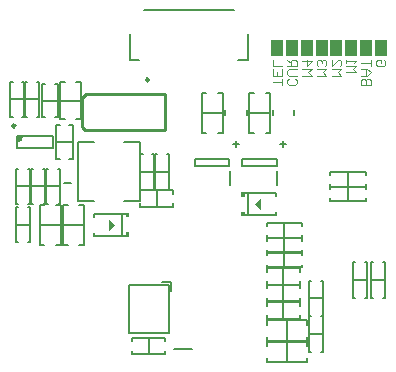
<source format=gbo>
G04*
G04 #@! TF.GenerationSoftware,Altium Limited,Altium Designer,25.6.2 (33)*
G04*
G04 Layer_Color=32896*
%FSLAX44Y44*%
%MOMM*%
G71*
G04*
G04 #@! TF.SameCoordinates,86BBD976-67B5-41F1-AD37-A89888A357BC*
G04*
G04*
G04 #@! TF.FilePolarity,Positive*
G04*
G01*
G75*
%ADD11C,0.2500*%
%ADD13C,0.2000*%
%ADD14C,0.2540*%
%ADD15C,0.1500*%
%ADD16C,0.1524*%
%ADD17C,0.1270*%
%ADD18C,0.1200*%
%ADD113R,0.9921X1.3947*%
G36*
X201429Y328239D02*
X198429Y325239D01*
X196929D01*
Y330239D01*
X201429D01*
Y328239D01*
D02*
G37*
G36*
X389750Y278823D02*
X386702D01*
Y282523D01*
X389750D01*
Y278823D01*
D02*
G37*
G36*
X404020Y267420D02*
X398940Y272500D01*
X404020Y277580D01*
Y267420D01*
D02*
G37*
G36*
X389750Y262475D02*
X386702D01*
Y266175D01*
X389750Y266175D01*
Y262475D01*
D02*
G37*
G36*
X292078Y261564D02*
X289030Y261563D01*
Y265264D01*
X292078D01*
Y261564D01*
D02*
G37*
G36*
X279840Y255239D02*
X274760Y250159D01*
Y260319D01*
X279840Y255239D01*
D02*
G37*
G36*
X292078Y245215D02*
X289030D01*
Y248916D01*
X292078D01*
Y245215D01*
D02*
G37*
D11*
X308750Y377854D02*
G03*
X308750Y377854I-1250J0D01*
G01*
X195679Y338989D02*
G03*
X195679Y338989I-1250J0D01*
G01*
D13*
X196929Y325239D02*
G03*
X201429Y329739I0J4500D01*
G01*
X233429Y360239D02*
X251429D01*
X247429Y375989D02*
X251429D01*
Y344489D02*
Y375989D01*
X247429Y344489D02*
X251429D01*
X233429Y375989D02*
X237429D01*
X233429Y344489D02*
Y375989D01*
Y344489D02*
X237429D01*
X236929Y290239D02*
X242929D01*
X380000Y323500D02*
X385000D01*
X382500Y321000D02*
Y326000D01*
X391501Y347750D02*
Y352250D01*
X373500Y347750D02*
Y352250D01*
X420000Y323500D02*
X425000D01*
X422500Y321000D02*
Y326000D01*
X431501Y347750D02*
Y352250D01*
X413500Y347750D02*
Y352250D01*
X248929Y275238D02*
Y325239D01*
X300929Y275238D02*
Y325239D01*
X248929D02*
X261929D01*
X248929Y275238D02*
X261929D01*
X287929Y325239D02*
X300929D01*
X287929Y275238D02*
X300929D01*
X304500Y436854D02*
X380500D01*
X292500Y394354D02*
Y416854D01*
Y394354D02*
X300500D01*
X384500D02*
X392500D01*
Y416854D01*
X196929Y320239D02*
Y330239D01*
X227929Y320239D02*
Y330239D01*
X196929D02*
X227929D01*
X196929Y320239D02*
X227929D01*
X201430Y329739D02*
Y330239D01*
X330130Y149750D02*
X344880D01*
X377000Y304500D02*
Y310500D01*
X348000D02*
X377000D01*
X348000Y304500D02*
Y310500D01*
Y304500D02*
X377000D01*
X377500Y289000D02*
Y301000D01*
X417500Y289000D02*
Y301000D01*
X388000Y304500D02*
X417000D01*
X388000D02*
Y310500D01*
X417000D01*
Y304500D02*
Y310500D01*
D14*
X252179Y338239D02*
Y362738D01*
X255429Y365989D01*
X322679D01*
X252179Y338239D02*
X254930Y335489D01*
X322679D01*
Y365989D01*
D15*
X206509Y240239D02*
X208429D01*
Y270239D01*
X206509D02*
X208429D01*
X196429D02*
X198349D01*
X196429Y240239D02*
X198349D01*
X196429D02*
Y270239D01*
Y255239D02*
X208429D01*
X217929Y346239D02*
X220929D01*
X217929D02*
Y374239D01*
X220929D01*
X228929D02*
X231929D01*
Y346239D02*
Y374239D01*
X228929Y346239D02*
X231929D01*
X217929Y360239D02*
X231929D01*
X235929Y255239D02*
X253930D01*
X249930Y272239D02*
X253930D01*
Y238238D02*
Y272239D01*
X249930Y238238D02*
X253930D01*
X235929D02*
X239930D01*
X235929D02*
Y272239D01*
X239930D01*
X216179Y255239D02*
X234180D01*
X230180Y272239D02*
X234180D01*
Y238238D02*
Y272239D01*
X230180Y238238D02*
X234180D01*
X216179D02*
X220180D01*
X216179D02*
Y272239D01*
X220180D01*
X353500Y350000D02*
X371501D01*
X353500Y333000D02*
X357500D01*
X353500D02*
Y367000D01*
X357500D01*
X367500D02*
X371501D01*
Y333000D02*
Y367000D01*
X367500Y333000D02*
X371501D01*
X393500Y350000D02*
X411501D01*
X393500Y333000D02*
X397500D01*
X393500D02*
Y367000D01*
X397500D01*
X407500D02*
X411501D01*
Y333000D02*
Y367000D01*
X407500Y333000D02*
X411501D01*
X308750Y145500D02*
Y159500D01*
X294750Y145500D02*
Y148500D01*
Y145500D02*
X322750D01*
Y148500D01*
Y156500D02*
Y159500D01*
X294750D02*
X322750D01*
X294750Y156500D02*
Y159500D01*
X425500Y156250D02*
Y174250D01*
X408500Y170250D02*
Y174250D01*
X442500D01*
Y170250D02*
Y174250D01*
Y156250D02*
Y160250D01*
X408500Y156250D02*
X442500D01*
X408500D02*
Y160250D01*
X422500Y204249D02*
Y218250D01*
X408500Y204249D02*
Y207250D01*
Y204249D02*
X436500D01*
Y207250D01*
Y215250D02*
Y218250D01*
X408500D02*
X436500D01*
X408500Y215250D02*
Y218250D01*
X422500Y190500D02*
Y204500D01*
X408500Y190500D02*
Y193500D01*
Y190500D02*
X436500D01*
Y193500D01*
Y201500D02*
Y204500D01*
X408500D02*
X436500D01*
X408500Y201500D02*
Y204500D01*
Y186750D02*
Y189750D01*
X436500D01*
Y186750D02*
Y189750D01*
Y175750D02*
Y178750D01*
X408500Y175750D02*
X436500D01*
X408500D02*
Y178750D01*
X422500Y175750D02*
Y189750D01*
X203929Y376239D02*
X205849D01*
X203929Y346239D02*
Y376239D01*
Y346239D02*
X205849D01*
X214009D02*
X215929D01*
X214009Y376239D02*
X215929D01*
Y346239D02*
Y376239D01*
X203929Y361239D02*
X215929D01*
X221429Y302739D02*
X223349D01*
X221429Y272739D02*
Y302739D01*
Y272739D02*
X223349D01*
X231509D02*
X233429D01*
X231509Y302739D02*
X233429D01*
Y272739D02*
Y302739D01*
X221429Y287739D02*
X233429D01*
X208929D02*
X220929D01*
Y272738D02*
Y302739D01*
X219009D02*
X220929D01*
X219009Y272738D02*
X220929D01*
X208929D02*
X210849D01*
X208929D02*
Y302739D01*
X210849D01*
X201509Y346239D02*
X203429D01*
Y376239D01*
X201509D02*
X203429D01*
X191429D02*
X193349D01*
X191429Y346239D02*
X193349D01*
X191429D02*
Y376239D01*
Y361238D02*
X203429D01*
X206509Y272738D02*
X208429D01*
Y302739D01*
X206509D02*
X208429D01*
X196429D02*
X198349D01*
X196429Y272738D02*
X198349D01*
X196429D02*
Y302739D01*
Y287739D02*
X208429D01*
X301500Y300000D02*
X313500D01*
X301500Y285000D02*
Y315000D01*
Y285000D02*
X303420D01*
X301500Y315000D02*
X303420D01*
X311580D02*
X313500D01*
Y285000D02*
Y315000D01*
X311580Y285000D02*
X313500D01*
X314000Y315000D02*
X315920D01*
X314000Y285000D02*
Y315000D01*
Y285000D02*
X315920D01*
X324080D02*
X326000D01*
X324080Y315000D02*
X326000D01*
Y285000D02*
Y315000D01*
X314000Y300000D02*
X326000D01*
X462259Y275480D02*
Y277400D01*
Y275480D02*
X492260D01*
Y277400D01*
Y285560D02*
Y287480D01*
X462259Y285560D02*
Y287480D01*
X492260D01*
X477259Y275480D02*
Y287480D01*
Y287520D02*
Y299520D01*
X462259D02*
X492260D01*
X462259Y297600D02*
Y299520D01*
X492260Y297600D02*
Y299520D01*
Y287520D02*
Y289440D01*
X462259Y287520D02*
X492260D01*
X462259D02*
Y289440D01*
X444500Y162750D02*
X456500D01*
X444500Y147750D02*
Y177750D01*
Y147750D02*
X446421D01*
X444500Y177750D02*
X446421D01*
X454580D02*
X456500D01*
Y147750D02*
Y177750D01*
X454580Y147750D02*
X456500D01*
X444500Y192750D02*
X456500D01*
Y177750D02*
Y207750D01*
X454580D02*
X456500D01*
X454580Y177750D02*
X456500D01*
X444500D02*
X446420D01*
X444500D02*
Y207750D01*
X446420D01*
X423500Y244250D02*
Y256250D01*
X408500D02*
X438501D01*
X408500Y254330D02*
Y256250D01*
X438501Y254330D02*
Y256250D01*
Y244250D02*
Y246170D01*
X408500Y244250D02*
X438501D01*
X408500D02*
Y246170D01*
X423500Y231750D02*
Y243750D01*
X408500D02*
X438501D01*
X408500Y241830D02*
Y243750D01*
X438501Y241830D02*
Y243750D01*
Y231750D02*
Y233670D01*
X408500Y231750D02*
X438501D01*
X408500D02*
Y233670D01*
X423500Y219250D02*
Y231250D01*
X408500D02*
X438501D01*
X408500Y229330D02*
Y231250D01*
X438501Y229330D02*
Y231250D01*
Y219250D02*
Y221170D01*
X408500Y219250D02*
X438501D01*
X408500D02*
Y221170D01*
X329500Y270500D02*
Y273500D01*
X301500Y270500D02*
X329500D01*
X301500D02*
Y273500D01*
Y281500D02*
Y284500D01*
X329500D01*
Y281500D02*
Y284500D01*
X315500Y270500D02*
Y284500D01*
X408500Y138750D02*
Y142750D01*
Y138750D02*
X442500D01*
Y142750D01*
Y152750D02*
Y156750D01*
X408500D02*
X442500D01*
X408500Y152750D02*
Y156750D01*
X425500Y138750D02*
Y156750D01*
X496770Y223400D02*
X498690D01*
X496770Y193400D02*
Y223400D01*
Y193400D02*
X498690D01*
X506850D02*
X508770D01*
X506850Y223400D02*
X508770D01*
Y193400D02*
Y223400D01*
X496770Y208400D02*
X508770D01*
X481230Y208400D02*
X493230D01*
Y193400D02*
Y223400D01*
X491310D02*
X493230D01*
X491310Y193400D02*
X493230D01*
X481230D02*
X483150D01*
X481230D02*
Y223400D01*
X483150D01*
X230429Y311239D02*
X233429D01*
X230429D02*
Y339239D01*
X233429D01*
X241429D02*
X244429D01*
Y311239D02*
Y339239D01*
X241429Y311239D02*
X244429D01*
X230429Y325239D02*
X244429D01*
D16*
X285699Y245978D02*
Y264502D01*
X262268Y245978D02*
Y248408D01*
Y245978D02*
X289793D01*
X262268Y262072D02*
Y264502D01*
X289793D01*
X388988Y263237D02*
X416513D01*
Y265667D01*
X388988Y281761D02*
X416513D01*
Y279331D02*
Y281761D01*
X393082Y263237D02*
X393082Y281761D01*
D17*
X327431Y198861D02*
Y206381D01*
X319911D02*
X327431D01*
X291499Y204501D02*
X325499D01*
X291499Y163501D02*
X325499D01*
X291499D02*
Y204501D01*
X325499Y163501D02*
Y204501D01*
D18*
X421499Y373474D02*
Y378805D01*
Y376139D01*
X413501D01*
X421499Y386803D02*
Y381471D01*
X413501D01*
Y386803D01*
X417500Y381471D02*
Y384137D01*
X421499Y389468D02*
X413501D01*
Y394800D01*
X432666Y378805D02*
X433999Y377472D01*
Y374806D01*
X432666Y373474D01*
X427334D01*
X426001Y374806D01*
Y377472D01*
X427334Y378805D01*
X433999Y381471D02*
X427334D01*
X426001Y382804D01*
Y385470D01*
X427334Y386803D01*
X433999D01*
X426001Y389468D02*
X433999D01*
Y393467D01*
X432666Y394800D01*
X430000D01*
X428667Y393467D01*
Y389468D01*
Y392134D02*
X426001Y394800D01*
X438501Y381471D02*
X446499D01*
X443833Y384137D01*
X446499Y386803D01*
X438501D01*
Y393467D02*
X446499D01*
X442500Y389468D01*
Y394800D01*
X451001Y381471D02*
X458999D01*
X456333Y384137D01*
X458999Y386803D01*
X451001D01*
X457666Y389468D02*
X458999Y390801D01*
Y393467D01*
X457666Y394800D01*
X456333D01*
X455000Y393467D01*
Y392134D01*
Y393467D01*
X453667Y394800D01*
X452334D01*
X451001Y393467D01*
Y390801D01*
X452334Y389468D01*
X463501Y381471D02*
X471499D01*
X468833Y384137D01*
X471499Y386803D01*
X463501D01*
Y394800D02*
Y389468D01*
X468833Y394800D01*
X470166D01*
X471499Y393467D01*
Y390801D01*
X470166Y389468D01*
X476001Y384137D02*
X483999D01*
X481333Y386803D01*
X483999Y389468D01*
X476001D01*
Y392134D02*
Y394800D01*
Y393467D01*
X483999D01*
X482666Y392134D01*
X496499Y373474D02*
X488501D01*
Y377472D01*
X489834Y378805D01*
X491167D01*
X492500Y377472D01*
Y373474D01*
Y377472D01*
X493833Y378805D01*
X495166D01*
X496499Y377472D01*
Y373474D01*
X488501Y381471D02*
X493833D01*
X496499Y384137D01*
X493833Y386803D01*
X488501D01*
X492500D01*
Y381471D01*
X496499Y389468D02*
Y394800D01*
Y392134D01*
X488501D01*
X507666Y394800D02*
X508999Y393467D01*
Y390801D01*
X507666Y389468D01*
X502334D01*
X501001Y390801D01*
Y393467D01*
X502334Y394800D01*
X505000D01*
Y392134D01*
D113*
X417461Y404474D02*
D03*
X429961D02*
D03*
X442461D02*
D03*
X454961D02*
D03*
X467461D02*
D03*
X479961D02*
D03*
X492461D02*
D03*
X504961D02*
D03*
M02*

</source>
